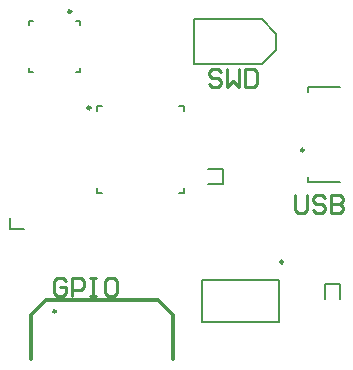
<source format=gbr>
%TF.GenerationSoftware,Altium Limited,Altium Designer,24.6.1 (21)*%
G04 Layer_Color=65535*
%FSLAX45Y45*%
%MOMM*%
%TF.SameCoordinates,4B1D9C49-5ED8-45E5-B71D-261F0C762659*%
%TF.FilePolarity,Positive*%
%TF.FileFunction,Legend,Top*%
%TF.Part,Single*%
G01*
G75*
%TA.AperFunction,NonConductor*%
%ADD46C,0.25400*%
%ADD47C,0.25000*%
%ADD48C,0.30000*%
%ADD49C,0.20000*%
%ADD50C,0.17500*%
D46*
X8906788Y6531328D02*
G03*
X8906788Y6531328I-10270J0D01*
G01*
X8996967Y6792359D02*
X8971575Y6817751D01*
X8920792D01*
X8895400Y6792359D01*
Y6690792D01*
X8920792Y6665400D01*
X8971575D01*
X8996967Y6690792D01*
Y6741575D01*
X8946184D01*
X9047751Y6665400D02*
Y6817751D01*
X9123926D01*
X9149318Y6792359D01*
Y6741575D01*
X9123926Y6716183D01*
X9047751D01*
X9200101Y6817751D02*
X9250885D01*
X9225493D01*
Y6665400D01*
X9200101D01*
X9250885D01*
X9403236Y6817751D02*
X9352452D01*
X9327060Y6792359D01*
Y6690792D01*
X9352452Y6665400D01*
X9403236D01*
X9428628Y6690792D01*
Y6792359D01*
X9403236Y6817751D01*
X10935400Y7517751D02*
Y7390792D01*
X10960792Y7365400D01*
X11011575D01*
X11036967Y7390792D01*
Y7517751D01*
X11189318Y7492359D02*
X11163926Y7517751D01*
X11113143D01*
X11087751Y7492359D01*
Y7466967D01*
X11113143Y7441575D01*
X11163926D01*
X11189318Y7416184D01*
Y7390792D01*
X11163926Y7365400D01*
X11113143D01*
X11087751Y7390792D01*
X11240101Y7517751D02*
Y7365400D01*
X11316277D01*
X11341669Y7390792D01*
Y7416184D01*
X11316277Y7441575D01*
X11240101D01*
X11316277D01*
X11341669Y7466967D01*
Y7492359D01*
X11316277Y7517751D01*
X11240101D01*
X10306967Y8562359D02*
X10281575Y8587751D01*
X10230792D01*
X10205400Y8562359D01*
Y8536967D01*
X10230792Y8511575D01*
X10281575D01*
X10306967Y8486183D01*
Y8460792D01*
X10281575Y8435400D01*
X10230792D01*
X10205400Y8460792D01*
X10357751Y8587751D02*
Y8435400D01*
X10408534Y8486183D01*
X10459318Y8435400D01*
Y8587751D01*
X10510101D02*
Y8435400D01*
X10586277D01*
X10611669Y8460792D01*
Y8562359D01*
X10586277Y8587751D01*
X10510101D01*
D47*
X9037500Y9070000D02*
G03*
X9037500Y9070000I-12500J0D01*
G01*
X11008500Y7897500D02*
G03*
X11008500Y7897500I-12500J0D01*
G01*
X9202500Y8255000D02*
G03*
X9202500Y8255000I-12500J0D01*
G01*
X10833500Y6950000D02*
G03*
X10833500Y6950000I-12500J0D01*
G01*
D48*
X9900000Y6125000D02*
Y6500000D01*
X9775000Y6625000D02*
X9900000Y6500000D01*
X8825000Y6625000D02*
X9775000D01*
X8700000Y6500000D02*
X8825000Y6625000D01*
X8700000Y6125000D02*
Y6500000D01*
D49*
X9082500Y8990000D02*
X9115000D01*
Y8957500D02*
Y8990000D01*
X8685000D02*
X8717500D01*
X8685000Y8957500D02*
Y8990000D01*
Y8560000D02*
Y8592500D01*
Y8560000D02*
X8717500D01*
X9082500D02*
X9115000D01*
Y8592500D01*
X11046000Y7625500D02*
Y7672500D01*
Y8387500D02*
Y8434500D01*
X11313500D01*
X11046000Y7625500D02*
X11313500D01*
X9255000Y7530000D02*
X9297500D01*
X9255000D02*
Y7572500D01*
X9952500Y7530000D02*
X9995000D01*
Y7572500D01*
Y8227500D02*
Y8270000D01*
X9952500D02*
X9995000D01*
X9255000D02*
X9297500D01*
X9255000Y8227500D02*
Y8270000D01*
X10145750Y6795750D02*
X10796250D01*
X10145750Y6445250D02*
Y6795750D01*
Y6445250D02*
X10796250D01*
Y6795750D01*
X8516927Y7233215D02*
Y7322500D01*
Y7233215D02*
X8640000D01*
D50*
X11185285Y6634715D02*
Y6760000D01*
X11314715D01*
Y6634715D02*
Y6760000D01*
X10194715Y7610285D02*
X10320000D01*
Y7739715D01*
X10194715D02*
X10320000D01*
X10075000Y8623500D02*
Y9003500D01*
Y8623500D02*
X10655000D01*
X10775000Y8743500D01*
Y8883500D01*
X10655000Y9003500D02*
X10775000Y8883500D01*
X10075000Y9003500D02*
X10655000D01*
%TF.MD5,70ee047826689298c4ca2ad236c96deb*%
M02*

</source>
